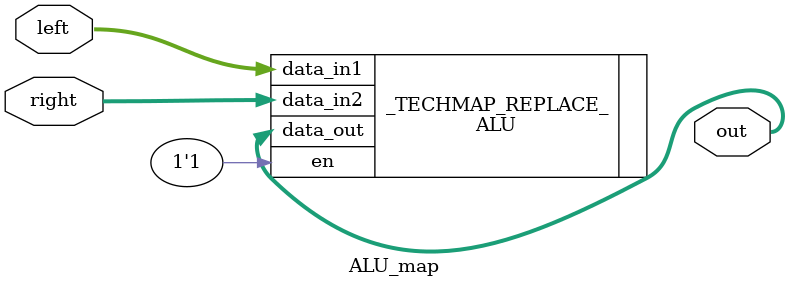
<source format=v>
(* techmap_celltype = "std_add" *)
module ALU_map #(
    parameter WIDTH = 32
) (
    input [WIDTH-1:0] left,
    input [WIDTH-1:0] right,
    output [WIDTH-1:0] out

);
    generate
        ALU #(
            .WIDTH(WIDTH),
            .ALU_func(3'b000)
        ) _TECHMAP_REPLACE_ (
            .en(1'b1),
            .data_in1(left),
            .data_in2(right),
            .data_out(out)
        );

    endgenerate

endmodule


// module CMP_map(A, B, Y);
//     parameter A_SIGNED = 0;
//     parameter B_SIGNED = 0;
//     parameter A_WIDTH = 0;
//     parameter B_WIDTH = 0;
//     parameter Y_WIDTH = 0;

//     input [A_WIDTH-1:0] A;
//     input [B_WIDTH-1:0] B;
//     output [Y_WIDTH-1:0] Y;

//     generate
//         localparam operation =
//             _TECHMAP_CELLTYPE_ == "$eq" ? 0 :
//             _TECHMAP_CELLTYPE_ == "$ne" ? 1 :
//             _TECHMAP_CELLTYPE_ == "$lt" ? 2 :
//             _TECHMAP_CELLTYPE_ == "$le" ? 3 :
//             _TECHMAP_CELLTYPE_ == "$gt" ? 4 :
//             _TECHMAP_CELLTYPE_ == "$ge" ? 5 :
//             -1;

//         CMP #(.OPERATION(operation)) _TECHMAP_REPLACE_ (.A(A), .B(B), .Y(Y));
//     endgenerate
// endmodule

</source>
